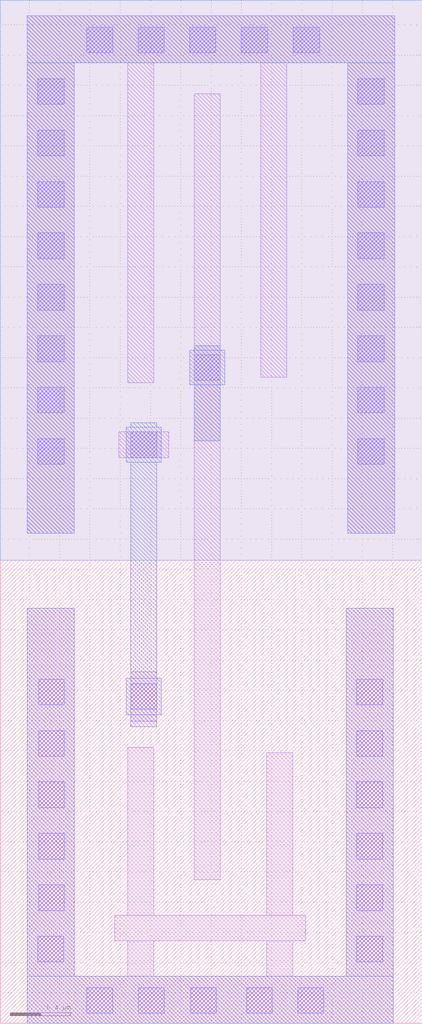
<source format=lef>
VERSION 5.7 ;
  NOWIREEXTENSIONATPIN ON ;
  DIVIDERCHAR "/" ;
  BUSBITCHARS "[]" ;
MACRO INVX1
  CLASS BLOCK ;
  FOREIGN INVX1 ;
  ORIGIN 0.795 0.000 ;
  SIZE 2.790 BY 6.765 ;
  OBS
      LAYER nwell ;
        RECT -0.795 3.060 1.995 6.765 ;
      LAYER li1 ;
        RECT -0.615 6.350 1.815 6.660 ;
        RECT -0.615 3.240 -0.305 6.350 ;
        RECT 0.050 4.235 0.220 6.350 ;
        RECT -0.010 3.740 0.320 3.910 ;
        RECT -0.615 0.310 -0.305 2.745 ;
        RECT 0.070 1.995 0.240 2.325 ;
        RECT 0.050 0.715 0.220 1.825 ;
        RECT 0.490 0.950 0.660 6.145 ;
        RECT 0.930 4.270 1.100 6.350 ;
        RECT 1.505 3.240 1.815 6.350 ;
        RECT 0.970 0.715 1.140 1.790 ;
        RECT -0.035 0.545 1.225 0.715 ;
        RECT 0.050 0.310 0.220 0.545 ;
        RECT 0.970 0.310 1.140 0.545 ;
        RECT 1.495 0.310 1.805 2.745 ;
        RECT -0.615 0.000 1.805 0.310 ;
      LAYER mcon ;
        RECT -0.220 6.415 -0.050 6.585 ;
        RECT 0.120 6.415 0.290 6.585 ;
        RECT 0.460 6.415 0.630 6.585 ;
        RECT 0.800 6.415 0.975 6.585 ;
        RECT 1.145 6.415 1.320 6.585 ;
        RECT -0.545 6.075 -0.370 6.245 ;
        RECT -0.545 5.735 -0.370 5.905 ;
        RECT -0.545 5.395 -0.370 5.565 ;
        RECT -0.545 5.055 -0.370 5.225 ;
        RECT -0.545 4.715 -0.370 4.885 ;
        RECT -0.545 4.375 -0.370 4.545 ;
        RECT 0.490 4.250 0.660 4.420 ;
        RECT 1.570 6.075 1.745 6.245 ;
        RECT 1.570 5.735 1.745 5.905 ;
        RECT 1.570 5.395 1.745 5.565 ;
        RECT 1.570 5.055 1.745 5.225 ;
        RECT 1.570 4.715 1.745 4.885 ;
        RECT 1.570 4.375 1.745 4.545 ;
        RECT -0.545 4.035 -0.370 4.205 ;
        RECT -0.545 3.695 -0.370 3.865 ;
        RECT 0.070 3.740 0.240 3.910 ;
        RECT -0.540 2.105 -0.370 2.275 ;
        RECT 0.070 2.075 0.240 2.245 ;
        RECT -0.540 1.765 -0.370 1.935 ;
        RECT -0.540 1.425 -0.370 1.595 ;
        RECT -0.540 1.085 -0.370 1.255 ;
        RECT -0.540 0.745 -0.370 0.915 ;
        RECT 1.570 4.035 1.745 4.205 ;
        RECT 1.570 3.695 1.745 3.865 ;
        RECT 1.565 2.105 1.735 2.275 ;
        RECT 1.565 1.765 1.735 1.935 ;
        RECT 1.565 1.425 1.735 1.595 ;
        RECT 1.565 1.085 1.735 1.255 ;
        RECT 1.565 0.745 1.735 0.915 ;
        RECT -0.545 0.405 -0.375 0.575 ;
        RECT 1.565 0.405 1.735 0.575 ;
        RECT -0.220 0.065 -0.050 0.235 ;
        RECT 0.120 0.065 0.290 0.235 ;
        RECT 0.465 0.065 0.635 0.235 ;
        RECT 0.835 0.065 1.005 0.235 ;
        RECT 1.175 0.065 1.345 0.235 ;
      LAYER met1 ;
        RECT -0.615 6.350 1.815 6.660 ;
        RECT -0.615 3.240 -0.305 6.350 ;
        RECT 0.490 4.450 0.660 4.480 ;
        RECT 0.460 4.220 0.690 4.450 ;
        RECT 0.070 3.940 0.240 3.970 ;
        RECT 0.040 3.710 0.270 3.940 ;
        RECT 0.490 3.850 0.660 4.220 ;
        RECT -0.615 0.310 -0.305 2.745 ;
        RECT 0.070 2.280 0.240 3.710 ;
        RECT 1.505 3.240 1.815 6.350 ;
        RECT 0.040 2.040 0.270 2.280 ;
        RECT 0.070 1.960 0.240 2.040 ;
        RECT 1.495 0.310 1.805 2.745 ;
        RECT -0.615 0.000 1.805 0.310 ;
  END
END INVX1
END LIBRARY


</source>
